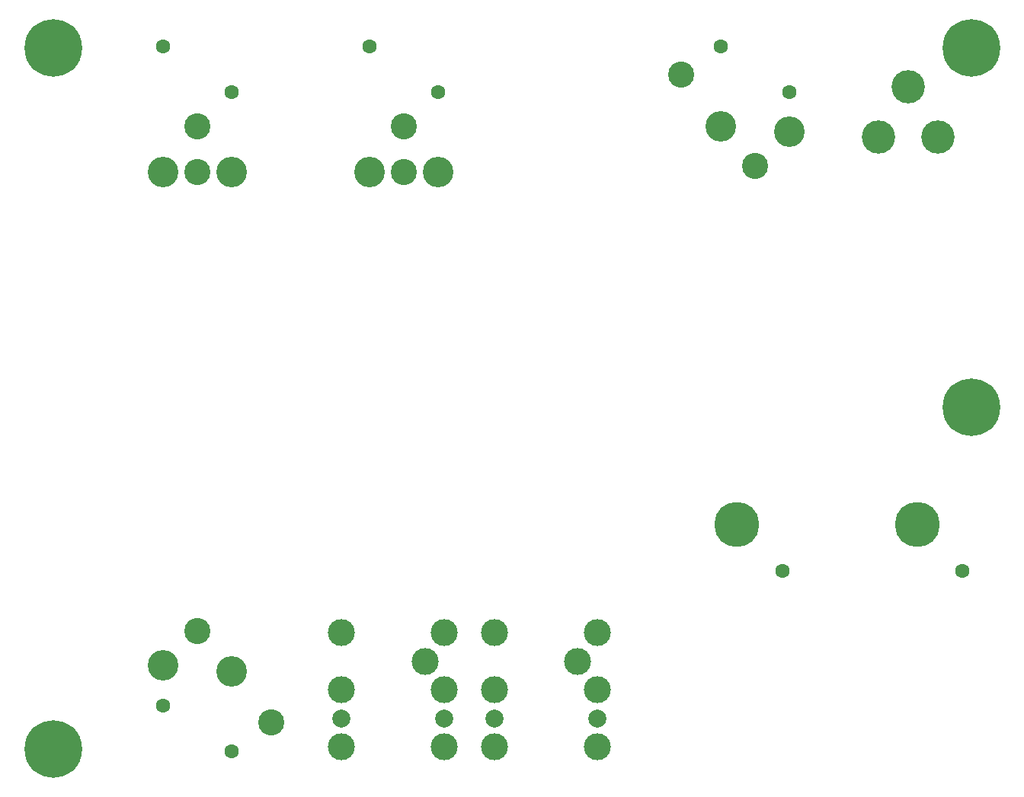
<source format=gbr>
%TF.GenerationSoftware,KiCad,Pcbnew,9.0.2*%
%TF.CreationDate,2025-07-01T01:10:05-05:00*%
%TF.ProjectId,STEVEannouncer,53544556-4561-46e6-9e6f-756e6365722e,rev?*%
%TF.SameCoordinates,PX52f83c0PY90f5600*%
%TF.FileFunction,Soldermask,Bot*%
%TF.FilePolarity,Negative*%
%FSLAX46Y46*%
G04 Gerber Fmt 4.6, Leading zero omitted, Abs format (unit mm)*
G04 Created by KiCad (PCBNEW 9.0.2) date 2025-07-01 01:10:05*
%MOMM*%
%LPD*%
G01*
G04 APERTURE LIST*
%ADD10C,5.000000*%
%ADD11C,1.600000*%
%ADD12C,3.400000*%
%ADD13C,2.900000*%
%ADD14C,3.600000*%
%ADD15C,6.400000*%
%ADD16C,3.700000*%
%ADD17C,3.000000*%
%ADD18C,2.000000*%
G04 APERTURE END LIST*
D10*
%TO.C,SW302*%
X100000000Y29000000D03*
D11*
X105000000Y23850000D03*
%TD*%
D10*
%TO.C,SW301*%
X80000000Y29000000D03*
D11*
X85000000Y23850000D03*
%TD*%
%TO.C,J401*%
X85810000Y77110000D03*
X78190000Y82190000D03*
D12*
X78190000Y73300000D03*
X85810000Y72665000D03*
D13*
X82000000Y68850000D03*
X73750000Y79020000D03*
%TD*%
D11*
%TO.C,J306*%
X46810000Y77110000D03*
X39190000Y82190000D03*
D12*
X46810000Y68220000D03*
X39190000Y68220000D03*
D13*
X43000000Y68220000D03*
X43000000Y73300000D03*
%TD*%
D14*
%TO.C,H103*%
X106000000Y42000000D03*
D15*
X106000000Y42000000D03*
%TD*%
D14*
%TO.C,H101*%
X4000000Y4000000D03*
D15*
X4000000Y4000000D03*
%TD*%
D11*
%TO.C,J301*%
X16190000Y8890000D03*
X23810000Y3810000D03*
D12*
X23810000Y12700000D03*
X16190000Y13335000D03*
D13*
X20000000Y17150000D03*
X28250000Y6980000D03*
%TD*%
D16*
%TO.C,J201*%
X102300000Y72060000D03*
X99000000Y77650000D03*
X95700000Y72060000D03*
%TD*%
D17*
%TO.C,J407*%
X62300000Y13800000D03*
D18*
X64430000Y7450000D03*
X53000000Y7450000D03*
D17*
X64430000Y10600000D03*
X53000000Y10600000D03*
X64430000Y4250000D03*
X53000000Y4250000D03*
X64430000Y16950000D03*
X53000000Y16950000D03*
%TD*%
D14*
%TO.C,H102*%
X4000000Y82000000D03*
D15*
X4000000Y82000000D03*
%TD*%
D17*
%TO.C,J406*%
X45300000Y13800000D03*
D18*
X47430000Y7450000D03*
X36000000Y7450000D03*
D17*
X47430000Y10600000D03*
X36000000Y10600000D03*
X47430000Y4250000D03*
X36000000Y4250000D03*
X47430000Y16950000D03*
X36000000Y16950000D03*
%TD*%
D11*
%TO.C,J307*%
X23810000Y77110000D03*
X16190000Y82190000D03*
D12*
X23810000Y68220000D03*
X16190000Y68220000D03*
D13*
X20000000Y68220000D03*
X20000000Y73300000D03*
%TD*%
D14*
%TO.C,H104*%
X106000000Y82000000D03*
D15*
X106000000Y82000000D03*
%TD*%
M02*

</source>
